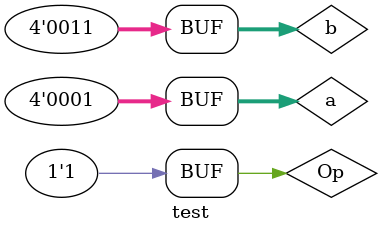
<source format=v>
`timescale 1ns / 100ps


module test();
    reg[3:0] a, b;
    reg Op;
    
    wire[3:0] r;
    wire Cout, Ov;
    
//  add_sub_4bit    (a, b, op, r, Cout, Ov)
    add_sub_4bit uut(a, b, Op, r, Cout, Ov);
    
//  Op= 0 is +, 1 is -
    initial
        begin
        a = 15; b = 5;  Op = 1;
#1      a = 15; b = 5;  Op = 0;
#1      a = 7;  b = 8;  Op = 0;
#1      a = 5;  b = 10; Op = 1;
#1      a = 15; b = 15; Op = 0;
#1      a = 6;  b = 10; Op = 1;
#1      a = 1;  b = 3;  Op = 1;
        end
endmodule

</source>
